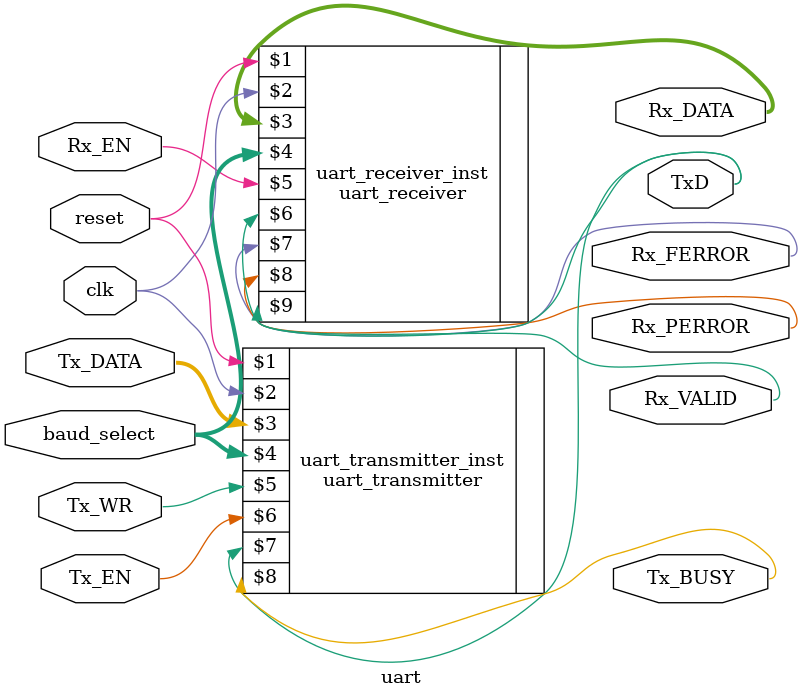
<source format=v>

module uart(reset,clk,Tx_DATA,baud_select,Tx_WR,Tx_EN,Rx_EN,Rx_DATA,Rx_FERROR,Rx_PERROR,Rx_VALID,TxD,Tx_BUSY);

input clk,reset;
input [2:0] baud_select;
input [7:0] Tx_DATA;
input Tx_EN,Tx_WR,Rx_EN;

output TxD,Tx_BUSY,Rx_PERROR,Rx_FERROR,Rx_VALID;

output [7:0] Rx_DATA;


//instantiation of the transmitter
uart_transmitter uart_transmitter_inst(reset,clk,Tx_DATA,baud_select,Tx_WR,Tx_EN,TxD,Tx_BUSY);

//instantiation of the receiver
uart_receiver uart_receiver_inst(reset,clk,Rx_DATA,baud_select,Rx_EN,TxD,Rx_FERROR,Rx_PERROR,Rx_VALID);


endmodule
</source>
